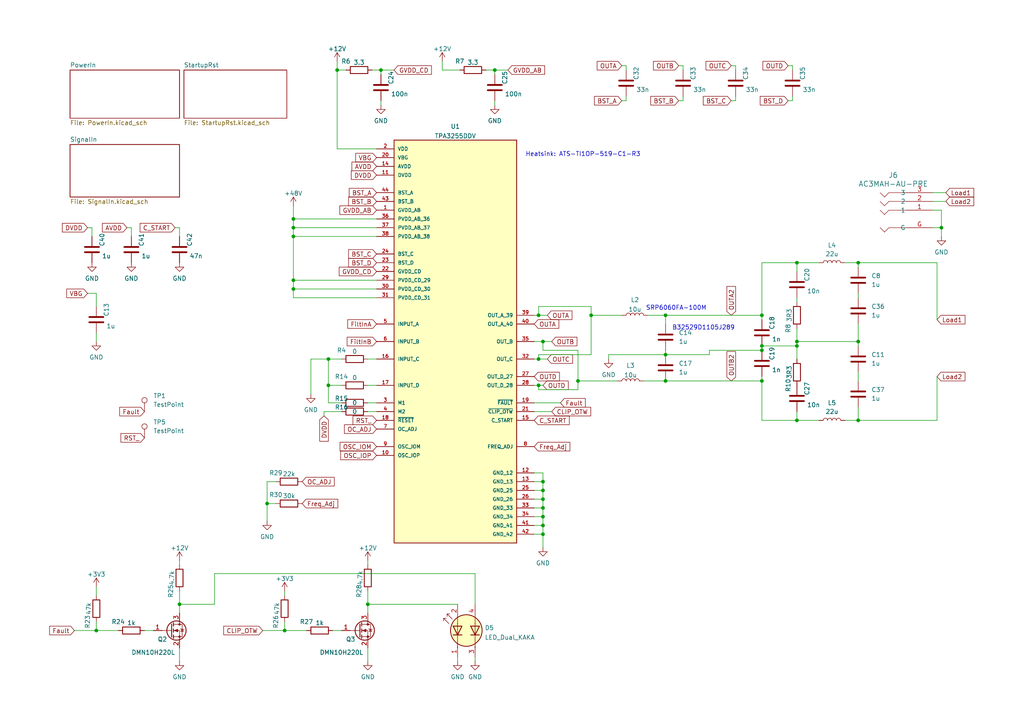
<source format=kicad_sch>
(kicad_sch (version 20231120) (generator "eeschema") (generator_version "8.0")
  (paper "A4")
  (lib_symbols
    (symbol "Connector:TestPoint" (pin_numbers hide) (pin_names (offset 0.762) hide)
      (property "Reference" "TP" (at 0 6.858 0))
      (property "Value" "TestPoint" (at 0 5.08 0))
      (symbol "TestPoint_0_1"
        (circle (center 0 3.302) (radius 0.762))
      )
      (symbol "TestPoint_1_1"
        (pin passive line (at 0 0 90) (length 2.54) (name "1") (number "1"))
      )
    )
    (symbol "Device:C" (pin_numbers hide) (pin_names (offset 0.254))
      (property "Reference" "C" (at 0.635 2.54 0))
      (property "Value" "C" (at 0.635 -2.54 0))
      (symbol "C_0_1"
        (polyline (pts (xy -2.032 -0.762) (xy 2.032 -0.762)) (stroke (width 0.508)))
        (polyline (pts (xy -2.032 0.762) (xy 2.032 0.762)) (stroke (width 0.508)))
      )
      (symbol "C_1_1"
        (pin passive line (at 0 3.81 270) (length 2.794) (name "~") (number "1"))
        (pin passive line (at 0 -3.81 90) (length 2.794) (name "~") (number "2"))
      )
    )
    (symbol "Device:L" (pin_numbers hide) (pin_names (offset 1.016) hide)
      (property "Reference" "L" (at -1.27 0 90))
      (property "Value" "L" (at 1.905 0 90))
      (symbol "L_0_1"
        (arc (start 0 -2.54) (mid 0.6323 -1.905) (end 0 -1.27))
        (arc (start 0 -1.27) (mid 0.6323 -0.635) (end 0 0))
        (arc (start 0 0) (mid 0.6323 0.635) (end 0 1.27))
        (arc (start 0 1.27) (mid 0.6323 1.905) (end 0 2.54))
      )
      (symbol "L_1_1"
        (pin passive line (at 0 3.81 270) (length 1.27) (name "1") (number "1"))
        (pin passive line (at 0 -3.81 90) (length 1.27) (name "2") (number "2"))
      )
    )
    (symbol "Device:LED_Dual_KAKA" (pin_names (offset 0) hide)
      (property "Reference" "D" (at 0 5.715 0))
      (property "Value" "LED_Dual_KAKA" (at 0 -6.35 0))
      (symbol "LED_Dual_KAKA_0_1"
        (polyline (pts (xy -5.08 -2.54) (xy 2.032 -2.54)))
        (polyline (pts (xy -5.08 2.54) (xy 2.032 2.54)))
        (polyline (pts (xy -1.27 -1.27) (xy -1.27 -3.81)) (stroke (width 0.254)))
        (polyline (pts (xy -1.27 3.81) (xy -1.27 1.27)) (stroke (width 0.254)))
        (polyline (pts (xy 3.81 -2.54) (xy 1.905 -2.54)))
        (polyline (pts (xy 3.81 2.54) (xy 1.905 2.54)))
        (polyline (pts (xy 1.27 -1.27) (xy 1.27 -3.81) (xy -1.27 -2.54) (xy 1.27 -1.27)) (stroke (width 0.254)))
        (polyline (pts (xy 1.27 3.81) (xy 1.27 1.27) (xy -1.27 2.54) (xy 1.27 3.81)) (stroke (width 0.254)))
        (polyline (pts (xy 2.032 5.08) (xy 3.556 6.604) (xy 2.794 6.604) (xy 3.556 6.604) (xy 3.556 5.842)))
        (polyline (pts (xy 3.302 4.064) (xy 4.826 5.588) (xy 4.064 5.588) (xy 4.826 5.588) (xy 4.826 4.826)))
        (circle (center 0 0) (radius 4.572) (stroke (width 0.254)) (fill (type background)))
      )
      (symbol "LED_Dual_KAKA_1_1"
        (pin input line (at -7.62 2.54 0) (length 3.048) (name "A1") (number "1"))
        (pin input line (at 7.62 2.54 180) (length 3.81) (name "K1") (number "2"))
        (pin input line (at -7.62 -2.54 0) (length 3.048) (name "A2") (number "3"))
        (pin input line (at 7.62 -2.54 180) (length 3.81) (name "K2") (number "4"))
      )
    )
    (symbol "Device:R" (pin_numbers hide) (pin_names (offset 0))
      (property "Reference" "R" (at 2.032 0 90))
      (property "Value" "R" (at 0 0 90))
      (symbol "R_0_1"
        (rectangle (start -1.016 -2.54) (end 1.016 2.54) (stroke (width 0.254)))
      )
      (symbol "R_1_1"
        (pin passive line (at 0 3.81 270) (length 1.27) (name "~") (number "1"))
        (pin passive line (at 0 -3.81 90) (length 1.27) (name "~") (number "2"))
      )
    )
    (symbol "Eli_v6Lib:AC3MAH-AU-PRE" (pin_names (offset 0.254))
      (property "Reference" "J" (at -7.62 7.62 0))
      (property "Value" "AC3MAH-AU-PRE" (at -7.62 5.08 0))
      (symbol "AC3MAH-AU-PRE_0_1"
        (polyline (pts (xy -13.97 -11.43) (xy -15.24 -10.16)) (stroke (width 0.127)))
        (polyline (pts (xy -13.97 -6.35) (xy -15.24 -5.08)) (stroke (width 0.127)))
        (polyline (pts (xy -13.97 -3.81) (xy -15.24 -2.54)) (stroke (width 0.127)))
        (polyline (pts (xy -13.97 -1.27) (xy -15.24 0)) (stroke (width 0.127)))
        (polyline (pts (xy -12.7 -10.16) (xy -13.97 -11.43)) (stroke (width 0.127)))
        (polyline (pts (xy -12.7 -5.08) (xy -13.97 -6.35)) (stroke (width 0.127)))
        (polyline (pts (xy -12.7 -2.54) (xy -13.97 -3.81)) (stroke (width 0.127)))
        (polyline (pts (xy -12.7 0) (xy -13.97 -1.27)) (stroke (width 0.127)))
        (polyline (pts (xy -7.62 -10.16) (xy -12.7 -10.16)) (stroke (width 0.127)))
        (polyline (pts (xy -7.62 -5.08) (xy -12.7 -5.08)) (stroke (width 0.127)))
        (polyline (pts (xy -7.62 -2.54) (xy -12.7 -2.54)) (stroke (width 0.127)))
        (polyline (pts (xy -7.62 0) (xy -12.7 0)) (stroke (width 0.127)))
        (pin unspecified line (at 0 -5.08 180) (length 7.62) (name "1") (number "1"))
        (pin unspecified line (at 0 -2.54 180) (length 7.62) (name "2") (number "2"))
        (pin unspecified line (at 0 0 180) (length 7.62) (name "3") (number "3"))
        (pin unspecified line (at 0 -10.16 180) (length 7.62) (name "G") (number "G"))
      )
    )
    (symbol "Eli_v6Lib:TPA3255DDV" (pin_names (offset 1.016))
      (property "Reference" "U" (at -17.78 59.4106 0))
      (property "Value" "TPA3255DDV" (at -17.78 -62.4078 0))
      (symbol "TPA3255DDV_0_0"
        (rectangle (start -17.78 -58.42) (end 17.78 58.42) (stroke (width 0.254)) (fill (type background)))
        (pin power_in line (at -22.86 38.1 0) (length 5.08) (name "GVDD_AB") (number "1"))
        (pin output line (at -22.86 -33.02 0) (length 5.08) (name "OSC_IOP") (number "10"))
        (pin power_in line (at -22.86 48.26 0) (length 5.08) (name "DVDD") (number "11"))
        (pin power_in line (at 22.86 -38.1 180) (length 5.08) (name "GND_12") (number "12"))
        (pin power_in line (at 22.86 -40.64 180) (length 5.08) (name "GND_13") (number "13"))
        (pin power_in line (at -22.86 50.8 0) (length 5.08) (name "AVDD") (number "14"))
        (pin output line (at 22.86 -22.86 180) (length 5.08) (name "C_START") (number "15"))
        (pin input line (at -22.86 -5.08 0) (length 5.08) (name "INPUT_C") (number "16"))
        (pin input line (at -22.86 -12.7 0) (length 5.08) (name "INPUT_D") (number "17"))
        (pin input line (at -22.86 -22.86 0) (length 5.08) (name "~{RESET}") (number "18"))
        (pin output line (at 22.86 -17.78 180) (length 5.08) (name "~{FAULT}") (number "19"))
        (pin power_in line (at -22.86 55.88 0) (length 5.08) (name "VDD") (number "2"))
        (pin power_in line (at -22.86 53.34 0) (length 5.08) (name "VBG") (number "20"))
        (pin output line (at 22.86 -20.32 180) (length 5.08) (name "~{CLIP_OTW}") (number "21"))
        (pin power_in line (at -22.86 20.32 0) (length 5.08) (name "GVDD_CD") (number "22"))
        (pin power_in line (at -22.86 22.86 0) (length 5.08) (name "BST_D") (number "23"))
        (pin power_in line (at -22.86 25.4 0) (length 5.08) (name "BST_C") (number "24"))
        (pin power_in line (at 22.86 -43.18 180) (length 5.08) (name "GND_25") (number "25"))
        (pin power_in line (at 22.86 -45.72 180) (length 5.08) (name "GND_26") (number "26"))
        (pin output line (at 22.86 -10.16 180) (length 5.08) (name "OUT_D_27") (number "27"))
        (pin output line (at 22.86 -12.7 180) (length 5.08) (name "OUT_D_28") (number "28"))
        (pin power_in line (at -22.86 17.78 0) (length 5.08) (name "PVDD_CD_29") (number "29"))
        (pin input line (at -22.86 -17.78 0) (length 5.08) (name "M1") (number "3"))
        (pin power_in line (at -22.86 15.24 0) (length 5.08) (name "PVDD_CD_30") (number "30"))
        (pin power_in line (at -22.86 12.7 0) (length 5.08) (name "PVDD_CD_31") (number "31"))
        (pin output line (at 22.86 -5.08 180) (length 5.08) (name "OUT_C") (number "32"))
        (pin power_in line (at 22.86 -48.26 180) (length 5.08) (name "GND_33") (number "33"))
        (pin power_in line (at 22.86 -50.8 180) (length 5.08) (name "GND_34") (number "34"))
        (pin output line (at 22.86 0 180) (length 5.08) (name "OUT_B") (number "35"))
        (pin power_in line (at -22.86 35.56 0) (length 5.08) (name "PVDD_AB_36") (number "36"))
        (pin power_in line (at -22.86 33.02 0) (length 5.08) (name "PVDD_AB_37") (number "37"))
        (pin power_in line (at -22.86 30.48 0) (length 5.08) (name "PVDD_AB_38") (number "38"))
        (pin output line (at 22.86 7.62 180) (length 5.08) (name "OUT_A_39") (number "39"))
        (pin input line (at -22.86 -20.32 0) (length 5.08) (name "M2") (number "4"))
        (pin output line (at 22.86 5.08 180) (length 5.08) (name "OUT_A_40") (number "40"))
        (pin power_in line (at 22.86 -53.34 180) (length 5.08) (name "GND_41") (number "41"))
        (pin power_in line (at 22.86 -55.88 180) (length 5.08) (name "GND_42") (number "42"))
        (pin power_in line (at -22.86 40.64 0) (length 5.08) (name "BST_B") (number "43"))
        (pin power_in line (at -22.86 43.18 0) (length 5.08) (name "BST_A") (number "44"))
        (pin input line (at -22.86 5.08 0) (length 5.08) (name "INPUT_A") (number "5"))
        (pin input line (at -22.86 0 0) (length 5.08) (name "INPUT_B") (number "6"))
        (pin bidirectional line (at -22.86 -25.4 0) (length 5.08) (name "OC_ADJ") (number "7"))
        (pin output line (at 22.86 -30.48 180) (length 5.08) (name "FREQ_ADJ") (number "8"))
        (pin bidirectional line (at -22.86 -30.48 0) (length 5.08) (name "OSC_IOM") (number "9"))
      )
    )
    (symbol "Transistor_FET:DMN10H220L" (pin_names hide)
      (property "Reference" "Q" (at 5.08 1.905 0))
      (property "Value" "DMN10H220L" (at 5.08 0 0))
      (symbol "DMN10H220L_0_1"
        (polyline (pts (xy 0.254 0) (xy -2.54 0)))
        (polyline (pts (xy 0.254 1.905) (xy 0.254 -1.905)) (stroke (width 0.254)))
        (polyline (pts (xy 0.762 -1.27) (xy 0.762 -2.286)) (stroke (width 0.254)))
        (polyline (pts (xy 0.762 0.508) (xy 0.762 -0.508)) (stroke (width 0.254)))
        (polyline (pts (xy 0.762 2.286) (xy 0.762 1.27)) (stroke (width 0.254)))
        (polyline (pts (xy 2.54 2.54) (xy 2.54 1.778)))
        (polyline (pts (xy 2.54 -2.54) (xy 2.54 0) (xy 0.762 0)))
        (polyline (pts (xy 0.762 -1.778) (xy 3.302 -1.778) (xy 3.302 1.778) (xy 0.762 1.778)))
        (polyline (pts (xy 1.016 0) (xy 2.032 0.381) (xy 2.032 -0.381) (xy 1.016 0)) (fill (type outline)))
        (polyline (pts (xy 2.794 0.508) (xy 2.921 0.381) (xy 3.683 0.381) (xy 3.81 0.254)))
        (polyline (pts (xy 3.302 0.381) (xy 2.921 -0.254) (xy 3.683 -0.254) (xy 3.302 0.381)))
        (circle (center 1.651 0) (radius 2.794) (stroke (width 0.254)))
        (circle (center 2.54 -1.778) (radius 0.254) (fill (type outline)))
        (circle (center 2.54 1.778) (radius 0.254) (fill (type outline)))
      )
      (symbol "DMN10H220L_1_1"
        (pin input line (at -5.08 0 0) (length 2.54) (name "G") (number "1"))
        (pin passive line (at 2.54 -5.08 90) (length 2.54) (name "S") (number "2"))
        (pin passive line (at 2.54 5.08 270) (length 2.54) (name "D") (number "3"))
      )
    )
    (symbol "power:+12V" (power) (pin_names (offset 0))
      (property "Value" "+12V" (at 0 3.556 0))
      (symbol "+12V_0_1"
        (polyline (pts (xy -0.762 1.27) (xy 0 2.54)))
        (polyline (pts (xy 0 0) (xy 0 2.54)))
        (polyline (pts (xy 0 2.54) (xy 0.762 1.27)))
      )
      (symbol "+12V_1_1"
        (pin power_in line (at 0 0 90) (length 0) hide (name "+12V") (number "1"))
      )
    )
    (symbol "power:+3.3V" (power) (pin_names (offset 0))
      (property "Value" "+3.3V" (at 0 3.556 0))
      (symbol "+3.3V_0_1"
        (polyline (pts (xy -0.762 1.27) (xy 0 2.54)))
        (polyline (pts (xy 0 0) (xy 0 2.54)))
        (polyline (pts (xy 0 2.54) (xy 0.762 1.27)))
      )
      (symbol "+3.3V_1_1"
        (pin power_in line (at 0 0 90) (length 0) hide (name "+3V3") (number "1"))
      )
    )
    (symbol "power:+48V" (power) (pin_names (offset 0))
      (property "Value" "+48V" (at 0 3.556 0))
      (symbol "+48V_0_1"
        (polyline (pts (xy -0.762 1.27) (xy 0 2.54)))
        (polyline (pts (xy 0 0) (xy 0 2.54)))
        (polyline (pts (xy 0 2.54) (xy 0.762 1.27)))
      )
      (symbol "+48V_1_1"
        (pin power_in line (at 0 0 90) (length 0) hide (name "+48V") (number "1"))
      )
    )
    (symbol "power:GND" (power) (pin_names (offset 0))
      (property "Value" "GND" (at 0 -3.81 0))
      (symbol "GND_0_1"
        (polyline (pts (xy 0 0) (xy 0 -1.27) (xy 1.27 -1.27) (xy 0 -2.54) (xy -1.27 -1.27) (xy 0 -1.27)))
      )
      (symbol "GND_1_1"
        (pin power_in line (at 0 0 270) (length 0) hide (name "GND") (number "1"))
      )
    )
  )
  (junction (at 167.64 110.49))
  (junction (at 220.98 101.6))
  (junction (at 157.48 147.32))
  (junction (at 193.04 110.49))
  (junction (at 156.21 91.44))
  (junction (at 220.98 100.33))
  (junction (at 85.09 63.5))
  (junction (at 95.25 104.14))
  (junction (at 77.47 146.05))
  (junction (at 85.09 83.82))
  (junction (at 231.14 100.33))
  (junction (at 110.49 20.32))
  (junction (at 171.45 91.44))
  (junction (at 85.09 68.58))
  (junction (at 157.48 144.78))
  (junction (at 220.98 110.49))
  (junction (at 231.14 76.2))
  (junction (at 157.48 139.7))
  (junction (at 248.92 121.92))
  (junction (at 27.94 182.88))
  (junction (at 157.48 142.24))
  (junction (at 143.51 20.32))
  (junction (at 273.05 66.04))
  (junction (at 220.98 91.44))
  (junction (at 248.92 99.06))
  (junction (at 85.09 66.04))
  (junction (at 106.68 175.26))
  (junction (at 97.79 20.32))
  (junction (at 157.48 152.4))
  (junction (at 248.92 76.2))
  (junction (at 231.14 99.06))
  (junction (at 193.04 91.44))
  (junction (at 52.07 175.26))
  (junction (at 157.48 154.94))
  (junction (at 231.14 121.92))
  (junction (at 95.25 111.76))
  (junction (at 193.04 102.87))
  (junction (at 157.48 99.06))
  (junction (at 85.09 81.28))
  (junction (at 82.55 182.88))
  (junction (at 156.21 104.14))
  (junction (at 157.48 149.86))
  (junction (at 156.21 111.76))
  (wire (pts (xy 220.98 91.44) (xy 220.98 76.2)))
  (wire (pts (xy 82.55 171.45) (xy 82.55 172.72)))
  (wire (pts (xy 109.22 66.04) (xy 85.09 66.04)))
  (wire (pts (xy 156.21 111.76) (xy 154.94 111.76)))
  (wire (pts (xy 27.94 96.52) (xy 27.94 99.06)))
  (wire (pts (xy 52.07 66.04) (xy 52.07 68.58)))
  (wire (pts (xy 193.04 110.49) (xy 220.98 110.49)))
  (wire (pts (xy 62.23 175.26) (xy 52.07 175.26)))
  (wire (pts (xy 109.22 86.36) (xy 85.09 86.36)))
  (wire (pts (xy 106.68 111.76) (xy 109.22 111.76)))
  (wire (pts (xy 95.25 111.76) (xy 99.06 111.76)))
  (wire (pts (xy 248.92 121.92) (xy 271.78 121.92)))
  (wire (pts (xy 187.96 91.44) (xy 193.04 91.44)))
  (wire (pts (xy 82.55 180.34) (xy 82.55 182.88)))
  (wire (pts (xy 248.92 93.98) (xy 248.92 99.06)))
  (wire (pts (xy 248.92 85.09) (xy 248.92 86.36)))
  (wire (pts (xy 248.92 107.95) (xy 248.92 110.49)))
  (wire (pts (xy 109.22 68.58) (xy 85.09 68.58)))
  (wire (pts (xy 143.51 20.32) (xy 143.51 21.59)))
  (wire (pts (xy 180.34 19.05) (xy 181.61 19.05)))
  (wire (pts (xy 193.04 91.44) (xy 220.98 91.44)))
  (wire (pts (xy 109.22 81.28) (xy 85.09 81.28)))
  (wire (pts (xy 90.17 104.14) (xy 95.25 104.14)))
  (wire (pts (xy 220.98 121.92) (xy 231.14 121.92)))
  (wire (pts (xy 85.09 59.69) (xy 85.09 63.5)))
  (wire (pts (xy 228.6 29.21) (xy 229.87 29.21)))
  (wire (pts (xy 106.68 104.14) (xy 109.22 104.14)))
  (wire (pts (xy 50.8 66.04) (xy 52.07 66.04)))
  (wire (pts (xy 97.79 20.32) (xy 97.79 17.78)))
  (wire (pts (xy 80.01 146.05) (xy 77.47 146.05)))
  (wire (pts (xy 180.34 29.21) (xy 181.61 29.21)))
  (wire (pts (xy 205.74 101.6) (xy 220.98 101.6)))
  (wire (pts (xy 220.98 91.44) (xy 220.98 92.71)))
  (wire (pts (xy 154.94 137.16) (xy 157.48 137.16)))
  (wire (pts (xy 212.09 29.21) (xy 213.36 29.21)))
  (wire (pts (xy 198.12 27.94) (xy 198.12 29.21)))
  (wire (pts (xy 160.02 119.38) (xy 154.94 119.38)))
  (wire (pts (xy 270.51 58.42) (xy 274.32 58.42)))
  (wire (pts (xy 154.94 139.7) (xy 157.48 139.7)))
  (wire (pts (xy 171.45 102.87) (xy 156.21 102.87)))
  (wire (pts (xy 52.07 175.26) (xy 52.07 177.8)))
  (wire (pts (xy 231.14 76.2) (xy 231.14 78.74)))
  (wire (pts (xy 167.64 110.49) (xy 179.07 110.49)))
  (wire (pts (xy 157.48 139.7) (xy 157.48 142.24)))
  (wire (pts (xy 157.48 147.32) (xy 157.48 149.86)))
  (wire (pts (xy 245.11 76.2) (xy 248.92 76.2)))
  (wire (pts (xy 193.04 101.6) (xy 193.04 102.87)))
  (wire (pts (xy 95.25 111.76) (xy 95.25 116.84)))
  (wire (pts (xy 137.795 175.26) (xy 137.795 166.37)))
  (wire (pts (xy 231.14 99.06) (xy 231.14 100.33)))
  (wire (pts (xy 157.48 154.94) (xy 157.48 158.75)))
  (wire (pts (xy 109.22 83.82) (xy 85.09 83.82)))
  (wire (pts (xy 132.715 190.5) (xy 132.715 191.77)))
  (wire (pts (xy 106.68 119.38) (xy 109.22 119.38)))
  (wire (pts (xy 106.68 187.96) (xy 106.68 191.77)))
  (wire (pts (xy 273.05 66.04) (xy 270.51 66.04)))
  (wire (pts (xy 77.47 139.7) (xy 77.47 146.05)))
  (wire (pts (xy 181.61 19.05) (xy 181.61 20.32)))
  (wire (pts (xy 186.69 110.49) (xy 193.04 110.49)))
  (wire (pts (xy 248.92 99.06) (xy 248.92 100.33)))
  (wire (pts (xy 171.45 91.44) (xy 180.34 91.44)))
  (wire (pts (xy 220.98 109.22) (xy 220.98 110.49)))
  (wire (pts (xy 106.68 171.45) (xy 106.68 175.26)))
  (wire (pts (xy 220.98 100.33) (xy 220.98 101.6)))
  (wire (pts (xy 143.51 20.32) (xy 147.32 20.32)))
  (wire (pts (xy 85.09 68.58) (xy 85.09 66.04)))
  (wire (pts (xy 27.94 85.09) (xy 27.94 88.9)))
  (wire (pts (xy 156.21 113.03) (xy 156.21 111.76)))
  (wire (pts (xy 109.22 63.5) (xy 85.09 63.5)))
  (wire (pts (xy 154.94 142.24) (xy 157.48 142.24)))
  (wire (pts (xy 270.51 60.96) (xy 273.05 60.96)))
  (wire (pts (xy 231.14 76.2) (xy 237.49 76.2)))
  (wire (pts (xy 25.4 85.09) (xy 27.94 85.09)))
  (wire (pts (xy 106.68 175.26) (xy 132.715 175.26)))
  (wire (pts (xy 231.14 99.06) (xy 248.92 99.06)))
  (wire (pts (xy 158.75 104.14) (xy 156.21 104.14)))
  (wire (pts (xy 157.48 152.4) (xy 157.48 154.94)))
  (wire (pts (xy 229.87 19.05) (xy 229.87 20.32)))
  (wire (pts (xy 271.78 109.22) (xy 271.78 121.92)))
  (wire (pts (xy 248.92 118.11) (xy 248.92 121.92)))
  (wire (pts (xy 97.79 20.32) (xy 100.33 20.32)))
  (wire (pts (xy 41.91 182.88) (xy 44.45 182.88)))
  (wire (pts (xy 80.01 139.7) (xy 77.47 139.7)))
  (wire (pts (xy 167.64 110.49) (xy 167.64 101.6)))
  (wire (pts (xy 52.07 171.45) (xy 52.07 175.26)))
  (wire (pts (xy 85.09 66.04) (xy 85.09 63.5)))
  (wire (pts (xy 85.09 86.36) (xy 85.09 83.82)))
  (wire (pts (xy 248.92 76.2) (xy 271.78 76.2)))
  (wire (pts (xy 154.94 149.86) (xy 157.48 149.86)))
  (wire (pts (xy 85.09 83.82) (xy 85.09 81.28)))
  (wire (pts (xy 167.64 113.03) (xy 156.21 113.03)))
  (wire (pts (xy 96.52 182.88) (xy 99.06 182.88)))
  (wire (pts (xy 85.09 68.58) (xy 85.09 81.28)))
  (wire (pts (xy 220.98 110.49) (xy 220.98 121.92)))
  (wire (pts (xy 157.48 144.78) (xy 157.48 147.32)))
  (wire (pts (xy 212.09 19.05) (xy 213.36 19.05)))
  (wire (pts (xy 228.6 19.05) (xy 229.87 19.05)))
  (wire (pts (xy 181.61 27.94) (xy 181.61 29.21)))
  (wire (pts (xy 157.48 149.86) (xy 157.48 152.4)))
  (wire (pts (xy 110.49 29.21) (xy 110.49 30.48)))
  (wire (pts (xy 157.48 111.76) (xy 156.21 111.76)))
  (wire (pts (xy 154.94 147.32) (xy 157.48 147.32)))
  (wire (pts (xy 76.2 182.88) (xy 82.55 182.88)))
  (wire (pts (xy 137.795 190.5) (xy 137.795 191.77)))
  (wire (pts (xy 176.53 102.87) (xy 176.53 104.14)))
  (wire (pts (xy 157.48 137.16) (xy 157.48 139.7)))
  (wire (pts (xy 143.51 29.21) (xy 143.51 30.48)))
  (wire (pts (xy 193.04 91.44) (xy 193.04 93.98)))
  (wire (pts (xy 193.04 102.87) (xy 205.74 102.87)))
  (wire (pts (xy 93.98 120.65) (xy 93.98 119.38)))
  (wire (pts (xy 154.94 152.4) (xy 157.48 152.4)))
  (wire (pts (xy 128.27 20.32) (xy 128.27 17.78)))
  (wire (pts (xy 245.11 121.92) (xy 248.92 121.92)))
  (wire (pts (xy 270.51 55.88) (xy 274.32 55.88)))
  (wire (pts (xy 196.85 19.05) (xy 198.12 19.05)))
  (wire (pts (xy 26.67 66.04) (xy 26.67 68.58)))
  (wire (pts (xy 156.21 88.9) (xy 156.21 91.44)))
  (wire (pts (xy 157.48 142.24) (xy 157.48 144.78)))
  (wire (pts (xy 156.21 102.87) (xy 156.21 104.14)))
  (wire (pts (xy 231.14 100.33) (xy 220.98 100.33)))
  (wire (pts (xy 171.45 91.44) (xy 171.45 88.9)))
  (wire (pts (xy 231.14 119.38) (xy 231.14 121.92)))
  (wire (pts (xy 167.64 101.6) (xy 157.48 101.6)))
  (wire (pts (xy 156.21 104.14) (xy 154.94 104.14)))
  (wire (pts (xy 231.14 95.25) (xy 231.14 99.06)))
  (wire (pts (xy 160.02 99.06) (xy 157.48 99.06)))
  (wire (pts (xy 248.92 76.2) (xy 248.92 77.47)))
  (wire (pts (xy 154.94 144.78) (xy 157.48 144.78)))
  (wire (pts (xy 99.06 104.14) (xy 95.25 104.14)))
  (wire (pts (xy 106.68 175.26) (xy 106.68 177.8)))
  (wire (pts (xy 137.795 166.37) (xy 62.23 166.37)))
  (wire (pts (xy 25.4 66.04) (xy 26.67 66.04)))
  (wire (pts (xy 167.64 110.49) (xy 167.64 113.03)))
  (wire (pts (xy 176.53 102.87) (xy 193.04 102.87)))
  (wire (pts (xy 220.98 76.2) (xy 231.14 76.2)))
  (wire (pts (xy 231.14 121.92) (xy 237.49 121.92)))
  (wire (pts (xy 157.48 99.06) (xy 154.94 99.06)))
  (wire (pts (xy 171.45 91.44) (xy 171.45 102.87)))
  (wire (pts (xy 95.25 116.84) (xy 99.06 116.84)))
  (wire (pts (xy 77.47 146.05) (xy 77.47 151.13)))
  (wire (pts (xy 90.17 104.14) (xy 90.17 114.3)))
  (wire (pts (xy 109.22 43.18) (xy 97.79 43.18)))
  (wire (pts (xy 231.14 100.33) (xy 231.14 104.14)))
  (wire (pts (xy 106.68 162.56) (xy 106.68 163.83)))
  (wire (pts (xy 27.94 170.18) (xy 27.94 172.72)))
  (wire (pts (xy 213.36 27.94) (xy 213.36 29.21)))
  (wire (pts (xy 271.78 76.2) (xy 271.78 92.71)))
  (wire (pts (xy 82.55 182.88) (xy 88.9 182.88)))
  (wire (pts (xy 205.74 101.6) (xy 205.74 102.87)))
  (wire (pts (xy 158.75 91.44) (xy 156.21 91.44)))
  (wire (pts (xy 162.56 116.84) (xy 154.94 116.84)))
  (wire (pts (xy 156.21 91.44) (xy 154.94 91.44)))
  (wire (pts (xy 106.68 116.84) (xy 109.22 116.84)))
  (wire (pts (xy 231.14 86.36) (xy 231.14 87.63)))
  (wire (pts (xy 196.85 29.21) (xy 198.12 29.21)))
  (wire (pts (xy 27.94 182.88) (xy 34.29 182.88)))
  (wire (pts (xy 107.95 20.32) (xy 110.49 20.32)))
  (wire (pts (xy 133.35 20.32) (xy 128.27 20.32)))
  (wire (pts (xy 27.94 180.34) (xy 27.94 182.88)))
  (wire (pts (xy 21.59 182.88) (xy 27.94 182.88)))
  (wire (pts (xy 157.48 101.6) (xy 157.48 99.06)))
  (wire (pts (xy 140.97 20.32) (xy 143.51 20.32)))
  (wire (pts (xy 213.36 19.05) (xy 213.36 20.32)))
  (wire (pts (xy 273.05 60.96) (xy 273.05 66.04)))
  (wire (pts (xy 110.49 20.32) (xy 110.49 21.59)))
  (wire (pts (xy 62.23 166.37) (xy 62.23 175.26)))
  (wire (pts (xy 52.07 187.96) (xy 52.07 191.77)))
  (wire (pts (xy 110.49 20.32) (xy 114.3 20.32)))
  (wire (pts (xy 97.79 43.18) (xy 97.79 20.32)))
  (wire (pts (xy 52.07 162.56) (xy 52.07 163.83)))
  (wire (pts (xy 154.94 154.94) (xy 157.48 154.94)))
  (wire (pts (xy 38.1 66.04) (xy 38.1 68.58)))
  (wire (pts (xy 93.98 119.38) (xy 99.06 119.38)))
  (wire (pts (xy 229.87 27.94) (xy 229.87 29.21)))
  (wire (pts (xy 36.83 66.04) (xy 38.1 66.04)))
  (wire (pts (xy 198.12 19.05) (xy 198.12 20.32)))
  (wire (pts (xy 171.45 88.9) (xy 156.21 88.9)))
  (wire (pts (xy 95.25 104.14) (xy 95.25 111.76)))
  (wire (pts (xy 273.05 66.04) (xy 273.05 68.58)))
  (text "B32529D1105J289" (at 194.945 95.885 0) (effects (font (size 1.27 1.27)) (justify left bottom)))
  (text "SRP6060FA-100M" (at 187.325 90.17 0) (effects (font (size 1.27 1.27)) (justify left bottom)))
  (text "Heatsink: ATS-TI1OP-519-C1-R3\n\n" (at 152.4 47.625 0) (effects (font (size 1.27 1.27)) (justify left bottom)))
  (global_label "DVDD" (shape input) (at 93.98 120.65 270) (property "Intersheetrefs" "${INTERSHEET_REFS}" (effects (hide yes))))
  (global_label "Fault" (shape input) (at 21.59 182.88 180) (property "Intersheetrefs" "${INTERSHEET_REFS}" (effects (hide yes))))
  (global_label "OSC_IOM" (shape input) (at 109.22 129.54 180) (property "Intersheetrefs" "${INTERSHEET_REFS}" (effects (hide yes))))
  (global_label "GVDD_AB" (shape input) (at 147.32 20.32 0) (property "Intersheetrefs" "${INTERSHEET_REFS}" (effects (hide yes))))
  (global_label "OUTB" (shape input) (at 196.85 19.05 180) (property "Intersheetrefs" "${INTERSHEET_REFS}" (effects (hide yes))))
  (global_label "AVDD" (shape input) (at 36.83 66.04 180) (property "Intersheetrefs" "${INTERSHEET_REFS}" (effects (hide yes))))
  (global_label "BST_C" (shape input) (at 212.09 29.21 180) (property "Intersheetrefs" "${INTERSHEET_REFS}" (effects (hide yes))))
  (global_label "BST_D" (shape input) (at 109.22 76.2 180) (property "Intersheetrefs" "${INTERSHEET_REFS}" (effects (hide yes))))
  (global_label "OUTB" (shape input) (at 160.02 99.06 0) (property "Intersheetrefs" "${INTERSHEET_REFS}" (effects (hide yes))))
  (global_label "DVDD" (shape input) (at 109.22 50.8 180) (property "Intersheetrefs" "${INTERSHEET_REFS}" (effects (hide yes))))
  (global_label "RST_" (shape input) (at 109.22 121.92 180) (property "Intersheetrefs" "${INTERSHEET_REFS}" (effects (hide yes))))
  (global_label "OSC_IOP" (shape input) (at 109.22 132.08 180) (property "Intersheetrefs" "${INTERSHEET_REFS}" (effects (hide yes))))
  (global_label "Load1" (shape input) (at 274.32 55.88 0) (property "Intersheetrefs" "${INTERSHEET_REFS}" (effects (hide yes))))
  (global_label "GVDD_CD" (shape input) (at 109.22 78.74 180) (property "Intersheetrefs" "${INTERSHEET_REFS}" (effects (hide yes))))
  (global_label "OUTA" (shape input) (at 180.34 19.05 180) (property "Intersheetrefs" "${INTERSHEET_REFS}" (effects (hide yes))))
  (global_label "BST_B" (shape input) (at 196.85 29.21 180) (property "Intersheetrefs" "${INTERSHEET_REFS}" (effects (hide yes))))
  (global_label "C_START" (shape input) (at 154.94 121.92 0) (property "Intersheetrefs" "${INTERSHEET_REFS}" (effects (hide yes))))
  (global_label "OUTA" (shape input) (at 154.94 93.98 0) (property "Intersheetrefs" "${INTERSHEET_REFS}" (effects (hide yes))))
  (global_label "Freq_Adj" (shape input) (at 154.94 129.54 0) (property "Intersheetrefs" "${INTERSHEET_REFS}" (effects (hide yes))))
  (global_label "OUTD" (shape input) (at 157.48 111.76 0) (property "Intersheetrefs" "${INTERSHEET_REFS}" (effects (hide yes))))
  (global_label "OC_ADJ" (shape input) (at 109.22 124.46 180) (property "Intersheetrefs" "${INTERSHEET_REFS}" (effects (hide yes))))
  (global_label "BST_A" (shape input) (at 180.34 29.21 180) (property "Intersheetrefs" "${INTERSHEET_REFS}" (effects (hide yes))))
  (global_label "AVDD" (shape input) (at 109.22 48.26 180) (property "Intersheetrefs" "${INTERSHEET_REFS}" (effects (hide yes))))
  (global_label "BST_B" (shape input) (at 109.22 58.42 180) (property "Intersheetrefs" "${INTERSHEET_REFS}" (effects (hide yes))))
  (global_label "GVDD_AB" (shape input) (at 109.22 60.96 180) (property "Intersheetrefs" "${INTERSHEET_REFS}" (effects (hide yes))))
  (global_label "OUTA2" (shape input) (at 212.09 91.44 90) (property "Intersheetrefs" "${INTERSHEET_REFS}" (effects (hide yes))))
  (global_label "VBG" (shape input) (at 109.22 45.72 180) (property "Intersheetrefs" "${INTERSHEET_REFS}" (effects (hide yes))))
  (global_label "C_START" (shape input) (at 50.8 66.04 180) (property "Intersheetrefs" "${INTERSHEET_REFS}" (effects (hide yes))))
  (global_label "OUTB2" (shape input) (at 212.09 110.49 90) (property "Intersheetrefs" "${INTERSHEET_REFS}" (effects (hide yes))))
  (global_label "DVDD" (shape input) (at 25.4 66.04 180) (property "Intersheetrefs" "${INTERSHEET_REFS}" (effects (hide yes))))
  (global_label "BST_D" (shape input) (at 228.6 29.21 180) (property "Intersheetrefs" "${INTERSHEET_REFS}" (effects (hide yes))))
  (global_label "BST_A" (shape input) (at 109.22 55.88 180) (property "Intersheetrefs" "${INTERSHEET_REFS}" (effects (hide yes))))
  (global_label "BST_C" (shape input) (at 109.22 73.66 180) (property "Intersheetrefs" "${INTERSHEET_REFS}" (effects (hide yes))))
  (global_label "VBG" (shape input) (at 25.4 85.09 180) (property "Intersheetrefs" "${INTERSHEET_REFS}" (effects (hide yes))))
  (global_label "OUTA" (shape input) (at 158.75 91.44 0) (property "Intersheetrefs" "${INTERSHEET_REFS}" (effects (hide yes))))
  (global_label "Load2" (shape input) (at 271.78 109.22 0) (property "Intersheetrefs" "${INTERSHEET_REFS}" (effects (hide yes))))
  (global_label "Load2" (shape input) (at 274.32 58.42 0) (property "Intersheetrefs" "${INTERSHEET_REFS}" (effects (hide yes))))
  (global_label "FiltInB" (shape input) (at 109.22 99.06 180) (property "Intersheetrefs" "${INTERSHEET_REFS}" (effects (hide yes))))
  (global_label "Load1" (shape input) (at 271.78 92.71 0) (property "Intersheetrefs" "${INTERSHEET_REFS}" (effects (hide yes))))
  (global_label "GVDD_CD" (shape input) (at 114.3 20.32 0) (property "Intersheetrefs" "${INTERSHEET_REFS}" (effects (hide yes))))
  (global_label "OC_ADJ" (shape input) (at 87.63 139.7 0) (property "Intersheetrefs" "${INTERSHEET_REFS}" (effects (hide yes))))
  (global_label "OUTC" (shape input) (at 212.09 19.05 180) (property "Intersheetrefs" "${INTERSHEET_REFS}" (effects (hide yes))))
  (global_label "OUTD" (shape input) (at 228.6 19.05 180) (property "Intersheetrefs" "${INTERSHEET_REFS}" (effects (hide yes))))
  (global_label "Fault" (shape input) (at 162.56 116.84 0) (property "Intersheetrefs" "${INTERSHEET_REFS}" (effects (hide yes))))
  (global_label "Freq_Adj" (shape input) (at 87.63 146.05 0) (property "Intersheetrefs" "${INTERSHEET_REFS}" (effects (hide yes))))
  (global_label "RST_" (shape input) (at 41.91 127 180) (property "Intersheetrefs" "${INTERSHEET_REFS}" (effects (hide yes))))
  (global_label "CLIP_OTW" (shape input) (at 76.2 182.88 180) (property "Intersheetrefs" "${INTERSHEET_REFS}" (effects (hide yes))))
  (global_label "CLIP_OTW" (shape input) (at 160.02 119.38 0) (property "Intersheetrefs" "${INTERSHEET_REFS}" (effects (hide yes))))
  (global_label "Fault" (shape input) (at 41.91 119.38 180) (property "Intersheetrefs" "${INTERSHEET_REFS}" (effects (hide yes))))
  (global_label "OUTC" (shape input) (at 158.75 104.14 0) (property "Intersheetrefs" "${INTERSHEET_REFS}" (effects (hide yes))))
  (global_label "OUTD" (shape input) (at 154.94 109.22 0) (property "Intersheetrefs" "${INTERSHEET_REFS}" (effects (hide yes))))
  (global_label "FiltInA" (shape input) (at 109.22 93.98 180) (property "Intersheetrefs" "${INTERSHEET_REFS}" (effects (hide yes))))
  (symbol (lib_id "Device:R") (at 83.82 139.7 90) (unit 1)
    (property "Reference" "R29" (at 80.01 137.16 90))
    (property "Value" "22k" (at 83.82 137.4926 90))
    (property "Footprint" "Resistor_SMD:R_0805_2012Metric" (effects (hide yes)))
  )
  (symbol (lib_id "power:GND") (at 137.795 191.77 0) (unit 1)
    (property "Reference" "#PWR0159" (effects (hide yes)))
    (property "Value" "GND" (at 137.795 196.3325 0))
  )
  (symbol (lib_id "Transistor_FET:DMN10H220L") (at 104.14 182.88 0) (unit 1)
    (property "Reference" "Q3" (at 100.33 185.42 0) (effects (justify left)))
    (property "Value" "DMN10H220L" (at 92.71 189.23 0) (effects (justify left)))
    (property "Footprint" "Package_TO_SOT_SMD:SOT-23" (effects (hide yes)))
    (property "Datasheet" "http://www.diodes.com/assets/Datasheets/DMN10H220L.pdf" (effects (hide yes)))
  )
  (symbol (lib_id "Device:R") (at 38.1 182.88 90) (unit 1)
    (property "Reference" "R24" (at 34.29 180.34 90))
    (property "Value" "1k" (at 38.1 180.6726 90))
    (property "Footprint" "Resistor_SMD:R_0805_2012Metric" (effects (hide yes)))
  )
  (symbol (lib_id "Device:C") (at 38.1 72.39 0) (unit 1)
    (property "Reference" "C41" (at 41.021 71.4815 90) (effects (justify left)))
    (property "Value" "1u" (at 41.021 74.2566 0) (effects (justify left)))
    (property "Footprint" "Capacitor_SMD:C_0805_2012Metric" (effects (hide yes)))
  )
  (symbol (lib_id "Device:R") (at 102.87 104.14 90) (unit 1)
    (property "Reference" "R4" (at 99.06 101.6 90))
    (property "Value" "0" (at 102.87 101.9326 90))
    (property "Footprint" "Resistor_SMD:R_0805_2012Metric" (effects (hide yes)))
  )
  (symbol (lib_id "Device:C") (at 143.51 25.4 0) (unit 1)
    (property "Reference" "C25" (at 146.431 24.4915 90) (effects (justify left)))
    (property "Value" "100n" (at 146.431 27.2666 0) (effects (justify left)))
    (property "Footprint" "Capacitor_SMD:C_0805_2012Metric" (effects (hide yes)))
  )
  (symbol (lib_id "power:GND") (at 110.49 30.48 0) (unit 1)
    (property "Reference" "#PWR0123" (effects (hide yes)))
    (property "Value" "GND" (at 110.49 35.0425 0))
  )
  (symbol (lib_id "power:GND") (at 27.94 99.06 0) (unit 1)
    (property "Reference" "#PWR0122" (effects (hide yes)))
    (property "Value" "GND" (at 27.94 103.6225 0))
  )
  (symbol (lib_id "power:GND") (at 157.48 158.75 0) (unit 1)
    (property "Reference" "#PWR0133" (effects (hide yes)))
    (property "Value" "GND" (at 157.48 163.3125 0))
  )
  (symbol (lib_id "power:GND") (at 273.05 68.58 0) (unit 1)
    (property "Reference" "#PWR04" (effects (hide yes)))
    (property "Value" "GND" (at 273.05 73.1425 0))
  )
  (symbol (lib_id "Eli_v6Lib:TPA3255DDV") (at 132.08 99.06 0) (unit 1)
    (property "Reference" "U1" (at 132.08 36.6735 0))
    (property "Value" "TPA3255DDV" (at 132.08 39.4486 0))
    (property "Footprint" "Eli_Lib:SOP63P810X120-44N" (effects (hide yes)))
    (property "PARTREV" "A" (effects (hide yes)))
    (property "MANUFACTURER" "Texas Instruments" (effects (hide yes)))
    (property "MAXIMUM_PACKAGE_HEIGHT" "1.2 mm" (effects (hide yes)))
    (property "STANDARD" "IPC-7351B" (effects (hide yes)))
  )
  (symbol (lib_id "power:+12V") (at 128.27 17.78 0) (unit 1)
    (property "Reference" "#PWR0125" (effects (hide yes)))
    (property "Value" "+12V" (at 128.27 14.1755 0))
  )
  (symbol (lib_id "power:+48V") (at 85.09 59.69 0) (unit 1)
    (property "Reference" "#PWR0121" (effects (hide yes)))
    (property "Value" "+48V" (at 85.09 56.0855 0))
  )
  (symbol (lib_id "power:GND") (at 77.47 151.13 0) (unit 1)
    (property "Reference" "#PWR0158" (effects (hide yes)))
    (property "Value" "GND" (at 77.47 155.6925 0))
  )
  (symbol (lib_id "Device:R") (at 52.07 167.64 180) (unit 1)
    (property "Reference" "R25" (at 49.53 171.45 90))
    (property "Value" "4.7k" (at 49.8626 167.64 90))
    (property "Footprint" "Resistor_SMD:R_0805_2012Metric" (effects (hide yes)))
  )
  (symbol (lib_id "Device:C") (at 193.04 106.68 0) (unit 1)
    (property "Reference" "C17" (at 196.85 105.4099 0) (effects (justify left)))
    (property "Value" "1u" (at 196.85 107.9499 0) (effects (justify left)))
    (property "Footprint" "Capacitor_THT:C_Rect_L7.2mm_W7.2mm_P5.00mm_FKS2_FKP2_MKS2_MKP2" (effects (hide yes)))
  )
  (symbol (lib_id "Device:L") (at 241.3 76.2 90) (unit 1)
    (property "Reference" "L4" (at 241.3 71.12 90))
    (property "Value" "22u" (at 241.3 73.66 90))
    (property "Footprint" "Inductor_THT:L_Toroid_Vertical_L22.4mm_W10.2mm_P7.90mm_Vishay_TJ4" (effects (hide yes)))
  )
  (symbol (lib_id "Device:R") (at 92.71 182.88 90) (unit 1)
    (property "Reference" "R27" (at 88.9 180.34 90))
    (property "Value" "1k" (at 92.71 180.6726 90))
    (property "Footprint" "Resistor_SMD:R_0805_2012Metric" (effects (hide yes)))
  )
  (symbol (lib_id "Device:C") (at 26.67 72.39 0) (unit 1)
    (property "Reference" "C40" (at 29.591 71.4815 90) (effects (justify left)))
    (property "Value" "1u" (at 29.591 74.2566 0) (effects (justify left)))
    (property "Footprint" "Capacitor_SMD:C_0805_2012Metric" (effects (hide yes)))
  )
  (symbol (lib_id "Connector:TestPoint") (at 41.91 127 0) (unit 1)
    (property "Reference" "TP5" (at 44.45 122.4279 0) (effects (justify left)))
    (property "Value" "TestPoint" (at 44.45 124.9679 0) (effects (justify left)))
    (property "Footprint" "TestPoint:TestPoint_THTPad_1.0x1.0mm_Drill0.5mm" (effects (hide yes)))
  )
  (symbol (lib_id "Device:C") (at 248.92 81.28 0) (unit 1)
    (property "Reference" "C8" (at 252.73 80.0099 0) (effects (justify left)))
    (property "Value" "1u" (at 252.73 82.5499 0) (effects (justify left)))
    (property "Footprint" "Capacitor_THT:C_Rect_L7.2mm_W7.2mm_P5.00mm_FKS2_FKP2_MKS2_MKP2" (effects (hide yes)))
  )
  (symbol (lib_id "power:GND") (at 132.715 191.77 0) (unit 1)
    (property "Reference" "#PWR0153" (effects (hide yes)))
    (property "Value" "GND" (at 132.715 196.3325 0))
  )
  (symbol (lib_id "power:GND") (at 38.1 76.2 0) (unit 1)
    (property "Reference" "#PWR0156" (effects (hide yes)))
    (property "Value" "GND" (at 38.1 80.7625 0))
  )
  (symbol (lib_id "Device:C") (at 248.92 90.17 0) (unit 1)
    (property "Reference" "C36" (at 252.73 88.8999 0) (effects (justify left)))
    (property "Value" "1u" (at 252.73 91.4399 0) (effects (justify left)))
    (property "Footprint" "Capacitor_THT:C_Rect_L7.2mm_W7.2mm_P5.00mm_FKS2_FKP2_MKS2_MKP2" (effects (hide yes)))
  )
  (symbol (lib_id "Device:R") (at 83.82 146.05 90) (unit 1)
    (property "Reference" "R30" (at 80.01 143.51 90))
    (property "Value" "30k" (at 83.82 143.8426 90))
    (property "Footprint" "Resistor_SMD:R_0805_2012Metric" (effects (hide yes)))
  )
  (symbol (lib_id "Device:R") (at 104.14 20.32 90) (unit 1)
    (property "Reference" "R6" (at 100.33 17.78 90))
    (property "Value" "3.3" (at 104.14 18.1126 90))
    (property "Footprint" "Resistor_SMD:R_0805_2012Metric" (effects (hide yes)))
  )
  (symbol (lib_id "power:GND") (at 52.07 76.2 0) (unit 1)
    (property "Reference" "#PWR0155" (effects (hide yes)))
    (property "Value" "GND" (at 52.07 80.7625 0))
  )
  (symbol (lib_id "power:+12V") (at 97.79 17.78 0) (unit 1)
    (property "Reference" "#PWR0126" (effects (hide yes)))
    (property "Value" "+12V" (at 97.79 14.1755 0))
  )
  (symbol (lib_id "Device:C") (at 193.04 97.79 0) (unit 1)
    (property "Reference" "C14" (at 196.85 96.5199 0) (effects (justify left)))
    (property "Value" "1u" (at 196.85 99.0599 0) (effects (justify left)))
    (property "Footprint" "Capacitor_THT:C_Rect_L7.2mm_W7.2mm_P5.00mm_FKS2_FKP2_MKS2_MKP2" (effects (hide yes)))
  )
  (symbol (lib_id "Device:C") (at 248.92 114.3 0) (unit 1)
    (property "Reference" "C37" (at 252.73 113.0299 0) (effects (justify left)))
    (property "Value" "1u" (at 252.73 115.5699 0) (effects (justify left)))
    (property "Footprint" "Capacitor_THT:C_Rect_L7.2mm_W7.2mm_P5.00mm_FKS2_FKP2_MKS2_MKP2" (effects (hide yes)))
  )
  (symbol (lib_id "Device:R") (at 102.87 111.76 90) (unit 1)
    (property "Reference" "R14" (at 99.06 109.22 90))
    (property "Value" "0" (at 102.87 109.5526 90))
    (property "Footprint" "Resistor_SMD:R_0805_2012Metric" (effects (hide yes)))
  )
  (symbol (lib_id "Device:R") (at 106.68 167.64 180) (unit 1)
    (property "Reference" "R28" (at 104.14 171.45 90))
    (property "Value" "4.7k" (at 104.4726 167.64 90))
    (property "Footprint" "Resistor_SMD:R_0805_2012Metric" (effects (hide yes)))
  )
  (symbol (lib_id "power:+3.3V") (at 82.55 171.45 0) (unit 1)
    (property "Reference" "#PWR0150" (effects (hide yes)))
    (property "Value" "+3V3" (at 82.55 167.8455 0))
  )
  (symbol (lib_id "Device:C") (at 198.12 24.13 0) (unit 1)
    (property "Reference" "C33" (at 201.041 23.2215 90) (effects (justify left)))
    (property "Value" "33n" (at 201.041 25.9966 0) (effects (justify left)))
    (property "Footprint" "Capacitor_SMD:C_0805_2012Metric" (effects (hide yes)))
  )
  (symbol (lib_id "Device:C") (at 231.14 82.55 0) (unit 1)
    (property "Reference" "C20" (at 234.061 81.6415 90) (effects (justify left)))
    (property "Value" "10n" (at 234.061 84.4166 0) (effects (justify left)))
    (property "Footprint" "Capacitor_SMD:C_0805_2012Metric" (effects (hide yes)))
  )
  (symbol (lib_id "Device:LED_Dual_KAKA") (at 135.255 182.88 90) (unit 1)
    (property "Reference" "D5" (at 140.589 182.0985 90) (effects (justify right)))
    (property "Value" "LED_Dual_KAKA" (at 140.589 184.8736 90) (effects (justify right)))
    (property "Footprint" "Eli_Lib:IC4_WP934EB_2GD_KNB" (effects (hide yes)))
  )
  (symbol (lib_id "Device:C") (at 229.87 24.13 0) (unit 1)
    (property "Reference" "C35" (at 232.791 23.2215 90) (effects (justify left)))
    (property "Value" "33n" (at 232.791 25.9966 0) (effects (justify left)))
    (property "Footprint" "Capacitor_SMD:C_0805_2012Metric" (effects (hide yes)))
  )
  (symbol (lib_id "Device:R") (at 82.55 176.53 180) (unit 1)
    (property "Reference" "R26" (at 80.01 180.34 90))
    (property "Value" "47k" (at 80.3426 176.53 90))
    (property "Footprint" "Resistor_SMD:R_0805_2012Metric" (effects (hide yes)))
  )
  (symbol (lib_id "Device:L") (at 184.15 91.44 90) (unit 1)
    (property "Reference" "L2" (at 184.15 86.9655 90))
    (property "Value" "10u" (at 184.15 89.7406 90))
    (property "Footprint" "Inductor_THT:L_Toroid_Vertical_L22.4mm_W10.2mm_P7.90mm_Vishay_TJ4" (effects (hide yes)))
  )
  (symbol (lib_id "power:+12V") (at 106.68 162.56 0) (unit 1)
    (property "Reference" "#PWR0152" (effects (hide yes)))
    (property "Value" "+12V" (at 106.68 158.9555 0))
  )
  (symbol (lib_id "Device:C") (at 181.61 24.13 0) (unit 1)
    (property "Reference" "C32" (at 184.531 23.2215 90) (effects (justify left)))
    (property "Value" "33n" (at 184.531 25.9966 0) (effects (justify left)))
    (property "Footprint" "Capacitor_SMD:C_0805_2012Metric" (effects (hide yes)))
  )
  (symbol (lib_id "Device:C") (at 220.98 96.52 0) (unit 1)
    (property "Reference" "C18" (at 223.901 95.6115 90) (effects (justify left)))
    (property "Value" "1n" (at 223.901 98.3866 0) (effects (justify left)))
    (property "Footprint" "Capacitor_SMD:C_0805_2012Metric" (effects (hide yes)))
  )
  (symbol (lib_id "Device:L") (at 182.88 110.49 90) (unit 1)
    (property "Reference" "L3" (at 182.88 106.0155 90))
    (property "Value" "10u" (at 182.88 108.7906 90))
    (property "Footprint" "Inductor_THT:L_Toroid_Vertical_L22.4mm_W10.2mm_P7.90mm_Vishay_TJ4" (effects (hide yes)))
  )
  (symbol (lib_id "power:GND") (at 143.51 30.48 0) (unit 1)
    (property "Reference" "#PWR0124" (effects (hide yes)))
    (property "Value" "GND" (at 143.51 35.0425 0))
  )
  (symbol (lib_id "Device:R") (at 102.87 116.84 90) (unit 1)
    (property "Reference" "R15" (at 99.06 115.57 90))
    (property "Value" "0" (at 102.87 116.84 90))
    (property "Footprint" "Resistor_SMD:R_0805_2012Metric" (effects (hide yes)))
  )
  (symbol (lib_id "power:+12V") (at 52.07 162.56 0) (unit 1)
    (property "Reference" "#PWR0143" (effects (hide yes)))
    (property "Value" "+12V" (at 52.07 158.9555 0))
  )
  (symbol (lib_id "Device:C") (at 110.49 25.4 0) (unit 1)
    (property "Reference" "C24" (at 113.411 24.4915 90) (effects (justify left)))
    (property "Value" "100n" (at 113.411 27.2666 0) (effects (justify left)))
    (property "Footprint" "Capacitor_SMD:C_0805_2012Metric" (effects (hide yes)))
  )
  (symbol (lib_id "power:GND") (at 176.53 104.14 0) (unit 1)
    (property "Reference" "#PWR0154" (effects (hide yes)))
    (property "Value" "GND" (at 176.53 108.7025 0))
  )
  (symbol (lib_id "power:GND") (at 106.68 191.77 0) (unit 1)
    (property "Reference" "#PWR0151" (effects (hide yes)))
    (property "Value" "GND" (at 106.68 196.3325 0))
  )
  (symbol (lib_id "power:GND") (at 52.07 191.77 0) (unit 1)
    (property "Reference" "#PWR0144" (effects (hide yes)))
    (property "Value" "GND" (at 52.07 196.3325 0))
  )
  (symbol (lib_id "Device:C") (at 52.07 72.39 0) (unit 1)
    (property "Reference" "C42" (at 54.991 71.4815 90) (effects (justify left)))
    (property "Value" "47n" (at 54.991 74.2566 0) (effects (justify left)))
    (property "Footprint" "Capacitor_SMD:C_0805_2012Metric" (effects (hide yes)))
  )
  (symbol (lib_id "power:GND") (at 26.67 76.2 0) (unit 1)
    (property "Reference" "#PWR0157" (effects (hide yes)))
    (property "Value" "GND" (at 26.67 80.7625 0))
  )
  (symbol (lib_id "Device:L") (at 241.3 121.92 90) (unit 1)
    (property "Reference" "L5" (at 241.3 116.84 90))
    (property "Value" "22u" (at 241.3 119.38 90))
    (property "Footprint" "Inductor_THT:L_Toroid_Vertical_L22.4mm_W10.2mm_P7.90mm_Vishay_TJ4" (effects (hide yes)))
  )
  (symbol (lib_id "Device:R") (at 137.16 20.32 90) (unit 1)
    (property "Reference" "R7" (at 133.35 17.78 90))
    (property "Value" "3.3" (at 137.16 18.1126 90))
    (property "Footprint" "Resistor_SMD:R_0805_2012Metric" (effects (hide yes)))
  )
  (symbol (lib_id "Device:R") (at 231.14 91.44 180) (unit 1)
    (property "Reference" "R8" (at 228.6 95.25 90))
    (property "Value" "3R3" (at 228.9326 91.44 90))
    (property "Footprint" "Resistor_SMD:R_0805_2012Metric" (effects (hide yes)))
  )
  (symbol (lib_id "power:GND") (at 90.17 114.3 0) (unit 1)
    (property "Reference" "#PWR0114" (effects (hide yes)))
    (property "Value" "GND" (at 90.17 118.8625 0))
  )
  (symbol (lib_id "Device:C") (at 231.14 115.57 0) (unit 1)
    (property "Reference" "C27" (at 234.061 114.6615 90) (effects (justify left)))
    (property "Value" "10n" (at 234.061 117.4366 0) (effects (justify left)))
    (property "Footprint" "Capacitor_SMD:C_0805_2012Metric" (effects (hide yes)))
  )
  (symbol (lib_id "Transistor_FET:DMN10H220L") (at 49.53 182.88 0) (unit 1)
    (property "Reference" "Q2" (at 45.72 185.42 0) (effects (justify left)))
    (property "Value" "DMN10H220L" (at 38.1 189.23 0) (effects (justify left)))
    (property "Footprint" "Package_TO_SOT_SMD:SOT-23" (effects (hide yes)))
    (property "Datasheet" "http://www.diodes.com/assets/Datasheets/DMN10H220L.pdf" (effects (hide yes)))
  )
  (symbol (lib_id "Device:R") (at 27.94 176.53 180) (unit 1)
    (property "Reference" "R23" (at 25.4 180.34 90))
    (property "Value" "47k" (at 25.7326 176.53 90))
    (property "Footprint" "Resistor_SMD:R_0805_2012Metric" (effects (hide yes)))
  )
  (symbol (lib_id "Eli_v6Lib:AC3MAH-AU-PRE") (at 270.51 55.88 0) (unit 1)
    (property "Reference" "J6" (at 259.08 50.8 0) (effects (font (size 1.524 1.524))))
    (property "Value" "AC3MAH-AU-PRE" (at 259.08 53.34 0) (effects (font (size 1.524 1.524))))
    (property "Footprint" "AC3MAH-AU-PRE_AMP" (effects (hide yes)))
    (property "Datasheet" "AC3MAH-AU-PRE" (effects (hide yes)))
  )
  (symbol (lib_id "Device:R") (at 231.14 107.95 180) (unit 1)
    (property "Reference" "R10" (at 228.6 111.76 90))
    (property "Value" "3R3" (at 228.9326 107.95 90))
    (property "Footprint" "Resistor_SMD:R_0805_2012Metric" (effects (hide yes)))
  )
  (symbol (lib_id "Connector:TestPoint") (at 41.91 119.38 0) (unit 1)
    (property "Reference" "TP1" (at 44.45 114.8079 0) (effects (justify left)))
    (property "Value" "TestPoint" (at 44.45 117.3479 0) (effects (justify left)))
    (property "Footprint" "TestPoint:TestPoint_THTPad_1.0x1.0mm_Drill0.5mm" (effects (hide yes)))
  )
  (symbol (lib_id "Device:C") (at 213.36 24.13 0) (unit 1)
    (property "Reference" "C34" (at 216.281 23.2215 90) (effects (justify left)))
    (property "Value" "33n" (at 216.281 25.9966 0) (effects (justify left)))
    (property "Footprint" "Capacitor_SMD:C_0805_2012Metric" (effects (hide yes)))
  )
  (symbol (lib_id "Device:C") (at 248.92 104.14 0) (unit 1)
    (property "Reference" "C11" (at 252.73 102.8699 0) (effects (justify left)))
    (property "Value" "1u" (at 252.73 105.4099 0) (effects (justify left)))
    (property "Footprint" "Capacitor_THT:C_Rect_L7.2mm_W7.2mm_P5.00mm_FKS2_FKP2_MKS2_MKP2" (effects (hide yes)))
  )
  (symbol (lib_id "power:+3.3V") (at 27.94 170.18 0) (unit 1)
    (property "Reference" "#PWR0142" (effects (hide yes)))
    (property "Value" "+3V3" (at 27.94 166.5755 0))
  )
  (symbol (lib_id "Device:R") (at 102.87 119.38 90) (unit 1)
    (property "Reference" "R16" (at 99.06 118.11 90))
    (property "Value" "0" (at 102.87 119.38 90))
    (property "Footprint" "Resistor_SMD:R_0805_2012Metric" (effects (hide yes)))
  )
  (symbol (lib_id "Device:C") (at 220.98 105.41 0) (unit 1)
    (property "Reference" "C19" (at 223.901 104.5015 90) (effects (justify left)))
    (property "Value" "1n" (at 223.901 107.2766 0) (effects (justify left)))
    (property "Footprint" "Capacitor_SMD:C_0805_2012Metric" (effects (hide yes)))
  )
  (symbol (lib_id "Device:C") (at 27.94 92.71 0) (unit 1)
    (property "Reference" "C13" (at 30.861 91.8015 90) (effects (justify left)))
    (property "Value" "1u" (at 30.861 94.5766 0) (effects (justify left)))
    (property "Footprint" "Capacitor_SMD:C_0805_2012Metric" (effects (hide yes)))
  )
  (sheet (at 20.32 20.32) (size 31.75 13.97) (stroke (width 0.1524))
    (property "Sheetname" "PowerIn" (at 20.32 19.6084 0) (effects (justify left bottom)))
    (property "Sheetfile" "PowerIn.kicad_sch" (at 20.32 34.8746 0) (effects (justify left top)))
  )
  (sheet (at 20.32 41.91) (size 31.75 15.24) (stroke (width 0.1524))
    (property "Sheetname" "SignalIn" (at 20.32 41.1984 0) (effects (justify left bottom)))
    (property "Sheetfile" "SignalIn.kicad_sch" (at 20.32 57.7346 0) (effects (justify left top)))
  )
  (sheet (at 53.34 20.32) (size 29.845 13.97) (stroke (width 0.1524))
    (property "Sheetname" "StartupRst" (at 53.34 19.6084 0) (effects (justify left bottom)))
    (property "Sheetfile" "StartupRst.kicad_sch" (at 53.34 34.8746 0) (effects (justify left top)))
  )
)
</source>
